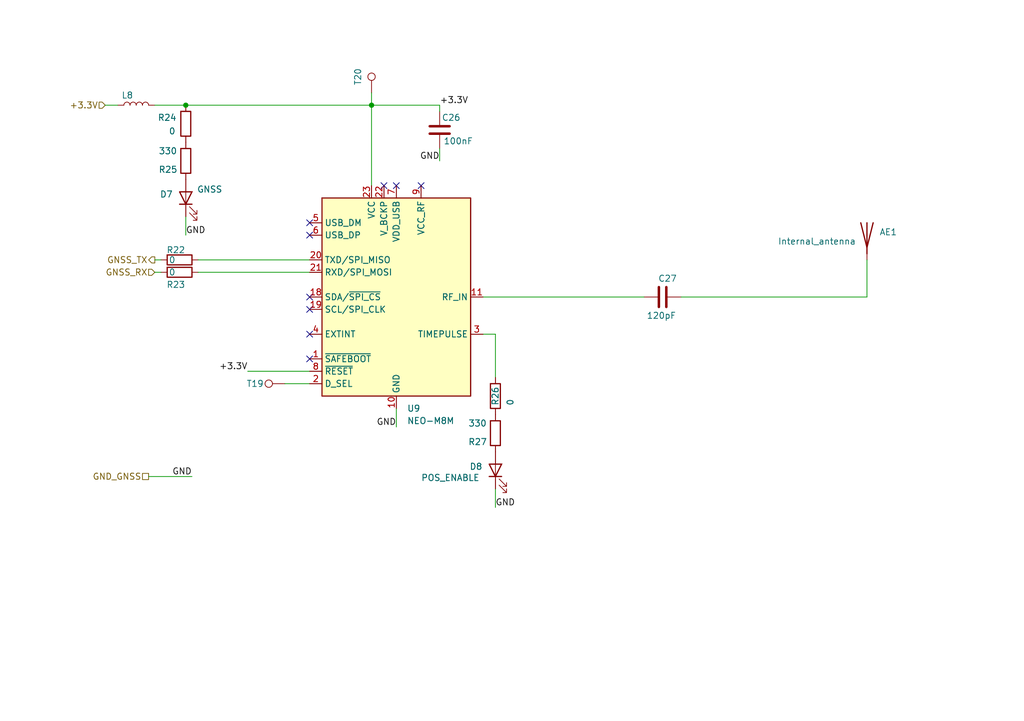
<source format=kicad_sch>
(kicad_sch (version 20231120) (generator "eeschema") (generator_version "8.0")
  (paper "A5")
  (title_block (title "GNSS Receiver") (date "2024-11-03") (rev "1.0"))
  (lib_symbols
    (symbol "Connector:TestPoint" (pin_numbers hide) (pin_names (offset 0.762) hide)
      (property "Reference" "TP" (at 0 6.858 0))
      (property "Value" "TestPoint" (at 0 5.08 0))
      (symbol "TestPoint_0_1"
        (circle (center 0 3.302) (radius 0.762))
      )
      (symbol "TestPoint_1_1"
        (pin passive line (at 0 0 90) (length 2.54) (name "1") (number "1"))
      )
    )
    (symbol "Device:Antenna" (pin_numbers hide) (pin_names (offset 1.016) hide)
      (property "Reference" "AE" (at -1.905 1.905 0))
      (property "Value" "Antenna" (at -1.905 0 0))
      (symbol "Antenna_0_1"
        (polyline (pts (xy 0 2.54) (xy 0 -3.81)) (stroke (width 0.254)))
        (polyline (pts (xy 1.27 2.54) (xy 0 -2.54) (xy -1.27 2.54)) (stroke (width 0.254)))
      )
      (symbol "Antenna_1_1"
        (pin input line (at 0 -5.08 90) (length 2.54) (name "A") (number "1"))
      )
    )
    (symbol "Device:C" (pin_numbers hide) (pin_names (offset 0.254))
      (property "Reference" "C" (at 0.635 2.54 0))
      (property "Value" "C" (at 0.635 -2.54 0))
      (symbol "C_0_1"
        (polyline (pts (xy -2.032 -0.762) (xy 2.032 -0.762)) (stroke (width 0.508)))
        (polyline (pts (xy -2.032 0.762) (xy 2.032 0.762)) (stroke (width 0.508)))
      )
      (symbol "C_1_1"
        (pin passive line (at 0 3.81 270) (length 2.794) (name "~") (number "1"))
        (pin passive line (at 0 -3.81 90) (length 2.794) (name "~") (number "2"))
      )
    )
    (symbol "Device:L" (pin_numbers hide) (pin_names (offset 1.016) hide)
      (property "Reference" "L" (at -1.27 0 90))
      (property "Value" "L" (at 1.905 0 90))
      (symbol "L_0_1"
        (arc (start 0 -2.54) (mid 0.6323 -1.905) (end 0 -1.27))
        (arc (start 0 -1.27) (mid 0.6323 -0.635) (end 0 0))
        (arc (start 0 0) (mid 0.6323 0.635) (end 0 1.27))
        (arc (start 0 1.27) (mid 0.6323 1.905) (end 0 2.54))
      )
      (symbol "L_1_1"
        (pin passive line (at 0 3.81 270) (length 1.27) (name "1") (number "1"))
        (pin passive line (at 0 -3.81 90) (length 1.27) (name "2") (number "2"))
      )
    )
    (symbol "Device:LED" (pin_numbers hide) (pin_names (offset 1.016) hide)
      (property "Reference" "D" (at 0 2.54 0))
      (property "Value" "LED" (at 0 -2.54 0))
      (symbol "LED_0_1"
        (polyline (pts (xy -1.27 -1.27) (xy -1.27 1.27)) (stroke (width 0.254)))
        (polyline (pts (xy -1.27 0) (xy 1.27 0)))
        (polyline (pts (xy 1.27 -1.27) (xy 1.27 1.27) (xy -1.27 0) (xy 1.27 -1.27)) (stroke (width 0.254)))
        (polyline (pts (xy -3.048 -0.762) (xy -4.572 -2.286) (xy -3.81 -2.286) (xy -4.572 -2.286) (xy -4.572 -1.524)))
        (polyline (pts (xy -1.778 -0.762) (xy -3.302 -2.286) (xy -2.54 -2.286) (xy -3.302 -2.286) (xy -3.302 -1.524)))
      )
      (symbol "LED_1_1"
        (pin passive line (at -3.81 0 0) (length 2.54) (name "K") (number "1"))
        (pin passive line (at 3.81 0 180) (length 2.54) (name "A") (number "2"))
      )
    )
    (symbol "Device:R" (pin_numbers hide) (pin_names (offset 0))
      (property "Reference" "R" (at 2.032 0 90))
      (property "Value" "R" (at 0 0 90))
      (symbol "R_0_1"
        (rectangle (start -1.016 -2.54) (end 1.016 2.54) (stroke (width 0.254)))
      )
      (symbol "R_1_1"
        (pin passive line (at 0 3.81 270) (length 1.27) (name "~") (number "1"))
        (pin passive line (at 0 -3.81 90) (length 1.27) (name "~") (number "2"))
      )
    )
    (symbol "NEO-M8M_1"
      (property "Reference" "U" (at -13.97 21.59 0))
      (property "Value" "NEO-M8M" (at 11.43 21.59 0))
      (symbol "NEO-M8M_1_0_1"
        (rectangle (start -15.24 20.32) (end 15.24 -20.32) (stroke (width 0.254)) (fill (type background)))
      )
      (symbol "NEO-M8M_1_1_1"
        (pin input line (at -17.78 -12.7 0) (length 2.54) (name "~{SAFEBOOT}") (number "1"))
        (pin power_in line (at 0 -22.86 90) (length 2.54) (name "GND") (number "10"))
        (pin input line (at 17.78 0 180) (length 2.54) (name "RF_IN") (number "11"))
        (pin passive line (at 0 -22.86 90) (length 2.54) hide (name "GND") (number "12"))
        (pin passive line (at 0 -22.86 90) (length 2.54) hide (name "GND") (number "13"))
        (pin no_connect line (at 15.24 -10.16 180) (length 2.54) hide (name "RESERVED") (number "14"))
        (pin no_connect line (at 15.24 -12.7 180) (length 2.54) hide (name "RESERVED") (number "15"))
        (pin no_connect line (at 15.24 -15.24 180) (length 2.54) hide (name "RESERVED") (number "16"))
        (pin no_connect line (at 15.24 -17.78 180) (length 2.54) hide (name "RESERVED") (number "17"))
        (pin bidirectional line (at -17.78 0 0) (length 2.54) (name "SDA/~{SPI_CS}") (number "18"))
        (pin input line (at -17.78 -2.54 0) (length 2.54) (name "SCL/SPI_CLK") (number "19"))
        (pin input line (at -17.78 -17.78 0) (length 2.54) (name "D_SEL") (number "2"))
        (pin output line (at -17.78 7.62 0) (length 2.54) (name "TXD/SPI_MISO") (number "20"))
        (pin input line (at -17.78 5.08 0) (length 2.54) (name "RXD/SPI_MOSI") (number "21"))
        (pin power_in line (at -2.54 22.86 270) (length 2.54) (name "V_BCKP") (number "22"))
        (pin power_in line (at -5.08 22.86 270) (length 2.54) (name "VCC") (number "23"))
        (pin passive line (at 0 -22.86 90) (length 2.54) hide (name "GND") (number "24"))
        (pin output line (at 17.78 -7.62 180) (length 2.54) (name "TIMEPULSE") (number "3"))
        (pin input line (at -17.78 -7.62 0) (length 2.54) (name "EXTINT") (number "4"))
        (pin bidirectional line (at -17.78 15.24 0) (length 2.54) (name "USB_DM") (number "5"))
        (pin bidirectional line (at -17.78 12.7 0) (length 2.54) (name "USB_DP") (number "6"))
        (pin power_in line (at 0 22.86 270) (length 2.54) (name "VDD_USB") (number "7"))
        (pin input line (at -17.78 -15.24 0) (length 2.54) (name "~{RESET}") (number "8"))
        (pin power_out line (at 5.08 22.86 270) (length 2.54) (name "VCC_RF") (number "9"))
      )
    )
  )
  (junction (at 38.1 21.59))
  (junction (at 76.2 21.59))
  (no_connect (at 63.5 68.58))
  (no_connect (at 86.36 38.1))
  (no_connect (at 63.5 63.5))
  (no_connect (at 78.74 38.1))
  (no_connect (at 63.5 73.66))
  (no_connect (at 63.5 60.96))
  (no_connect (at 63.5 45.72))
  (no_connect (at 63.5 48.26))
  (no_connect (at 81.28 38.1))
  (wire (pts (xy 30.48 97.79) (xy 39.37 97.79)))
  (wire (pts (xy 76.2 19.05) (xy 76.2 21.59)))
  (wire (pts (xy 21.59 21.59) (xy 24.13 21.59)))
  (wire (pts (xy 40.64 55.88) (xy 63.5 55.88)))
  (wire (pts (xy 101.6 68.58) (xy 101.6 77.47)))
  (wire (pts (xy 76.2 21.59) (xy 90.17 21.59)))
  (wire (pts (xy 90.17 30.48) (xy 90.17 33.02)))
  (wire (pts (xy 81.28 83.82) (xy 81.28 87.63)))
  (wire (pts (xy 58.42 78.74) (xy 63.5 78.74)))
  (wire (pts (xy 31.75 21.59) (xy 38.1 21.59)))
  (wire (pts (xy 38.1 44.45) (xy 38.1 48.26)))
  (wire (pts (xy 40.64 53.34) (xy 63.5 53.34)))
  (wire (pts (xy 31.75 53.34) (xy 33.02 53.34)))
  (wire (pts (xy 76.2 21.59) (xy 76.2 38.1)))
  (wire (pts (xy 177.8 53.34) (xy 177.8 60.96)))
  (wire (pts (xy 38.1 21.59) (xy 76.2 21.59)))
  (wire (pts (xy 31.75 55.88) (xy 33.02 55.88)))
  (wire (pts (xy 50.8 76.2) (xy 63.5 76.2)))
  (wire (pts (xy 90.17 22.86) (xy 90.17 21.59)))
  (wire (pts (xy 99.06 60.96) (xy 132.08 60.96)))
  (wire (pts (xy 101.6 100.33) (xy 101.6 104.14)))
  (wire (pts (xy 139.7 60.96) (xy 177.8 60.96)))
  (wire (pts (xy 99.06 68.58) (xy 101.6 68.58)))
  (label "+3.3V" (at 90.17 21.59 0))
  (label "GND" (at 90.17 33.02 180))
  (label "GND" (at 39.37 97.79 180))
  (label "GND" (at 101.6 104.14 0))
  (label "+3.3V" (at 50.8 76.2 180))
  (label "GND" (at 38.1 48.26 0))
  (label "GND" (at 81.28 87.63 180))
  (hierarchical_label "GND_GNSS" (shape passive) (at 30.48 97.79 180))
  (hierarchical_label "GNSS_RX" (shape input) (at 31.75 55.88 180))
  (hierarchical_label "GNSS_TX" (shape output) (at 31.75 53.34 180))
  (hierarchical_label "+3.3V" (shape input) (at 21.59 21.59 180))
  (symbol (lib_id "Device:C") (at 90.17 26.67 180) (unit 1)
    (property "Reference" "C26" (at 94.488 24.13 0) (effects (justify left)))
    (property "Value" "100nF" (at 97.028 28.956 0) (effects (justify left)))
    (property "Footprint" "Capacitor_SMD:C_0603_1608Metric" (effects (hide yes)))
  )
  (symbol (lib_id "Device:C") (at 135.89 60.96 270) (unit 1)
    (property "Reference" "C27" (at 136.906 57.15 90))
    (property "Value" "120pF" (at 135.636 64.77 90))
    (property "Footprint" "Capacitor_SMD:C_0603_1608Metric" (effects (hide yes)))
    (property "Description" "Unpolarized capacitor" (effects (hide yes)))
    (instances (project "Weather" (path "" (reference "C27") (unit 1))) (project "Tracker" (path "" (reference "C9") (unit 1))))
  )
  (symbol (lib_id "Device:L") (at 27.94 21.59 90) (unit 1)
    (property "Reference" "L8" (at 24.892 19.558 90) (effects (justify right)))
    (property "Value" "MPZ1608S101ATAH0" (effects (hide yes)))
    (property "Footprint" "Inductor_SMD:L_0603_1608Metric" (effects (hide yes)))
    (property "Description" "Inductor" (effects (hide yes)))
  )
  (symbol (lib_id "Device:R") (at 36.83 53.34 90) (unit 1)
    (property "Reference" "R22" (at 36.068 51.308 90))
    (property "Value" "0" (at 35.306 53.34 90))
    (property "Footprint" "Resistor_SMD:R_0603_1608Metric" (effects (hide yes)))
    (instances (project "Weather" (path "" (reference "R22") (unit 1))) (project "Tracker" (path "" (reference "R11") (unit 1))))
  )
  (symbol (lib_id "Device:R") (at 36.83 55.88 90) (unit 1)
    (property "Reference" "R23" (at 36.068 58.42 90))
    (property "Value" "0" (at 35.306 55.88 90))
    (property "Footprint" "Resistor_SMD:R_0603_1608Metric" (effects (hide yes)))
    (instances (project "Weather" (path "" (reference "R23") (unit 1))) (project "Tracker" (path "" (reference "R12") (unit 1))))
  )
  (symbol (lib_id "Device:R") (at 38.1 25.4 180) (unit 1)
    (property "Reference" "R24" (at 34.29 24.13 0))
    (property "Value" "0" (at 35.306 26.924 0))
    (property "Footprint" "Resistor_SMD:R_0603_1608Metric" (effects (hide yes)))
    (instances (project "Weather" (path "" (reference "R24") (unit 1))) (project "Tracker" (path "" (reference "R94") (unit 1))))
  )
  (symbol (lib_id "Device:R") (at 38.1 33.02 0) (mirror x) (unit 1)
    (property "Reference" "R25" (at 32.512 34.798 0) (effects (justify left)))
    (property "Value" "330" (at 32.512 30.988 0) (effects (justify left)))
    (property "Footprint" "Resistor_SMD:R_0603_1608Metric" (effects (hide yes)))
    (instances (project "Weather" (path "" (reference "R25") (unit 1))) (project "Tracker" (path "" (reference "R95") (unit 1))))
  )
  (symbol (lib_id "Device:R") (at 101.6 81.28 180) (unit 1)
    (property "Reference" "R26" (at 101.6 81.28 90))
    (property "Value" "0" (at 104.648 82.55 90))
    (property "Footprint" "Resistor_SMD:R_0603_1608Metric" (effects (hide yes)))
    (instances (project "Weather" (path "" (reference "R26") (unit 1))) (project "Tracker" (path "" (reference "R15") (unit 1))))
  )
  (symbol (lib_id "Connector:TestPoint") (at 58.42 78.74 90) (unit 1)
    (property "Reference" "T19" (at 52.324 78.74 90))
    (property "Value" "TP" (effects (hide yes)))
    (property "Footprint" "TestPoint:TestPoint_Pad_D1.0mm" (effects (hide yes)))
    (property "Description" "test point" (effects (hide yes)))
    (instances (project "Weather" (path "" (reference "T19") (unit 1))) (project "Tracker" (path "" (reference "T38") (unit 1))))
  )
  (symbol (lib_id "Connector:TestPoint") (at 76.2 19.05 0) (unit 1)
    (property "Reference" "T20" (at 73.406 15.748 90))
    (property "Value" "TP" (effects (hide yes)))
    (property "Footprint" "TestPoint:TestPoint_Pad_D1.0mm" (effects (hide yes)))
    (property "Description" "test point" (effects (hide yes)))
    (instances (project "Weather" (path "" (reference "T20") (unit 1))) (project "Tracker" (path "" (reference "T40") (unit 1))))
  )
  (symbol (lib_name "NEO-M8M_1") (lib_id "RF_GPS:NEO-M8M") (at 81.28 60.96 0) (unit 1)
    (property "Reference" "U9" (at 83.4741 83.82 0) (effects (justify left)))
    (property "Value" "NEO-M8M" (at 83.4741 86.36 0) (effects (justify left)))
    (property "Footprint" "RF_GPS:ublox_NEO" (effects (hide yes)))
    (property "Datasheet" "https://content.u-blox.com/sites/default/files/NEO-M8-FW3_DataSheet_UBX-15031086.pdf" (effects (hide yes)))
    (property "Description" "GNSS Module NEO M8, VCC 2.7V to 3.6V" (effects (hide yes)))
    (instances (project "Weather" (path "" (reference "U9") (unit 1))) (project "Tracker" (path "" (reference "U3") (unit 1))))
  )
  (symbol (lib_id "Device:Antenna") (at 177.8 48.26 0) (mirror y) (unit 1)
    (property "Reference" "AE1" (at 180.34 47.6249 0) (effects (justify right)))
    (property "Value" "Internal_antenna" (at 159.512 49.53 0) (effects (justify right)))
    (property "Footprint" "MountingHole:MountingHole_2.2mm_M2_DIN965_Pad" (effects (hide yes)))
    (property "Description" "Antenna" (effects (hide yes)))
  )
  (symbol (lib_id "Device:LED") (at 38.1 40.64 90) (unit 1)
    (property "Reference" "D7" (at 32.766 39.878 90) (effects (justify right)))
    (property "Value" "GNSS" (at 40.386 38.862 90) (effects (justify right)))
    (property "Footprint" "LED_SMD:LED_0603_1608Metric" (effects (hide yes)))
    (property "Description" "Light emitting diode" (effects (hide yes)))
    (instances (project "Weather" (path "" (reference "D7") (unit 1))) (project "Tracker" (path "" (reference "D34") (unit 1))))
  )
  (symbol (lib_id "Device:R") (at 101.6 88.9 0) (mirror x) (unit 1)
    (property "Reference" "R27" (at 96.012 90.678 0) (effects (justify left)))
    (property "Value" "330" (at 96.012 86.868 0) (effects (justify left)))
    (property "Footprint" "Resistor_SMD:R_0603_1608Metric" (effects (hide yes)))
    (instances (project "Weather" (path "" (reference "R27") (unit 1))) (project "Tracker" (path "" (reference "R16") (unit 1))))
  )
  (symbol (lib_id "Device:LED") (at 101.6 96.52 90) (unit 1)
    (property "Reference" "D8" (at 96.266 95.758 90) (effects (justify right)))
    (property "Value" "POS_ENABLE" (at 86.36 98.044 90) (effects (justify right)))
    (property "Footprint" "LED_SMD:LED_0603_1608Metric" (effects (hide yes)))
    (property "Description" "Light emitting diode" (effects (hide yes)))
    (instances (project "Weather" (path "" (reference "D8") (unit 1))) (project "Tracker" (path "" (reference "D2") (unit 1))))
  )
)
</source>
